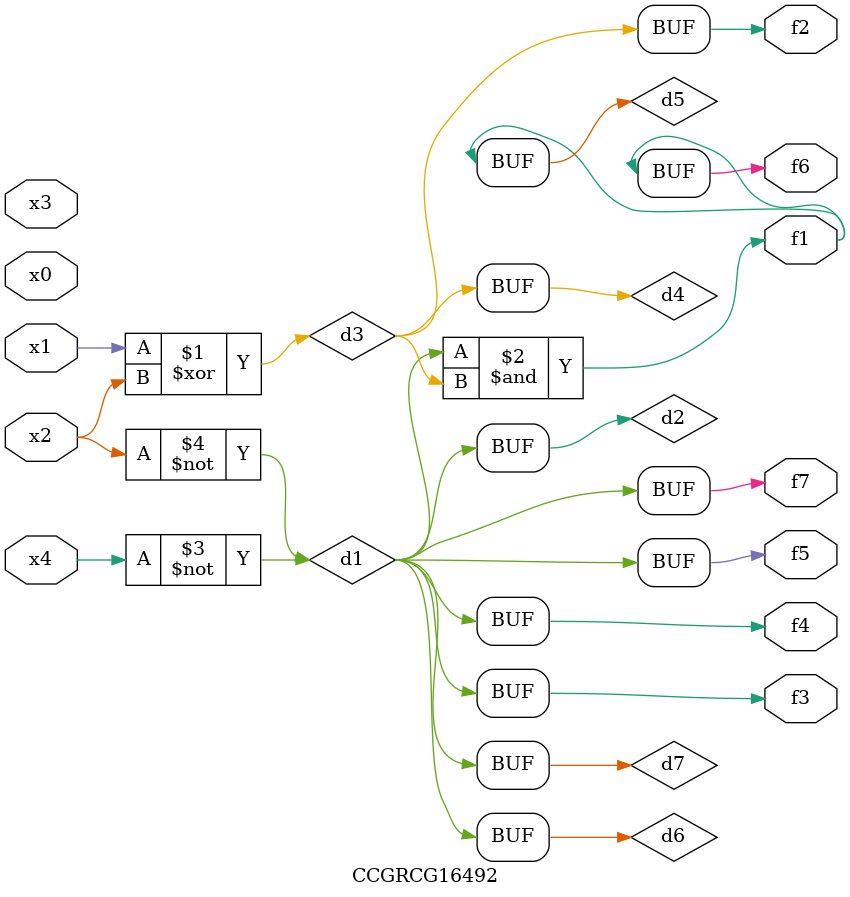
<source format=v>
module CCGRCG16492(
	input x0, x1, x2, x3, x4,
	output f1, f2, f3, f4, f5, f6, f7
);

	wire d1, d2, d3, d4, d5, d6, d7;

	not (d1, x4);
	not (d2, x2);
	xor (d3, x1, x2);
	buf (d4, d3);
	and (d5, d1, d3);
	buf (d6, d1, d2);
	buf (d7, d2);
	assign f1 = d5;
	assign f2 = d4;
	assign f3 = d7;
	assign f4 = d7;
	assign f5 = d7;
	assign f6 = d5;
	assign f7 = d7;
endmodule

</source>
